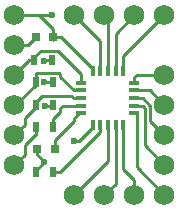
<source format=gtl>
G04 #@! TF.FileFunction,Copper,L1,Top,Signal*
%FSLAX46Y46*%
G04 Gerber Fmt 4.6, Leading zero omitted, Abs format (unit mm)*
G04 Created by KiCad (PCBNEW 4.0.4-stable) date 11/14/16 13:42:01*
%MOMM*%
%LPD*%
G01*
G04 APERTURE LIST*
%ADD10C,0.100000*%
%ADD11R,0.500000X0.900000*%
%ADD12R,0.820000X0.400000*%
%ADD13R,0.400000X0.820000*%
%ADD14C,1.727200*%
%ADD15R,0.800000X0.750000*%
%ADD16C,0.600000*%
%ADD17C,0.250000*%
G04 APERTURE END LIST*
D10*
D11*
X145415000Y-77470000D03*
X143915000Y-77470000D03*
D12*
X147900000Y-79400000D03*
X147900000Y-80050000D03*
X147900000Y-80700000D03*
X147900000Y-81350000D03*
X147900000Y-82000000D03*
D13*
X148850000Y-82950000D03*
X149500000Y-82950000D03*
X150150000Y-82950000D03*
X150800000Y-82950000D03*
X151450000Y-82950000D03*
D12*
X152400000Y-82000000D03*
X152400000Y-81350000D03*
X152400000Y-80700000D03*
X152400000Y-80050000D03*
X152400000Y-79400000D03*
D13*
X151450000Y-78450000D03*
X150800000Y-78450000D03*
X150150000Y-78450000D03*
X149500000Y-78450000D03*
X148850000Y-78450000D03*
D11*
X144030000Y-83185000D03*
X145530000Y-83185000D03*
X145530000Y-86995000D03*
X144030000Y-86995000D03*
X145528160Y-81277460D03*
X144028160Y-81277460D03*
X145530000Y-79375000D03*
X144030000Y-79375000D03*
D14*
X142240000Y-76200000D03*
X142240000Y-73660000D03*
X142240000Y-86360000D03*
X142240000Y-78740000D03*
X142240000Y-81280000D03*
X142240000Y-83820000D03*
D15*
X145636660Y-85048952D03*
X144136660Y-85048952D03*
X145530000Y-75565000D03*
X144030000Y-75565000D03*
D14*
X147320000Y-88900000D03*
X149860000Y-88900000D03*
X152400000Y-88900000D03*
X154940000Y-88900000D03*
X154940000Y-86360000D03*
X154940000Y-83820000D03*
X154940000Y-81280000D03*
X154940000Y-78740000D03*
X154940000Y-73660000D03*
X152400000Y-73660000D03*
X149860000Y-73660000D03*
X147320000Y-73660000D03*
D16*
X144844759Y-81344759D03*
X144782371Y-79390743D03*
X144731950Y-77536948D03*
X145415000Y-73660000D03*
X147320000Y-84328000D03*
X144780000Y-86106000D03*
D17*
X144844759Y-81344759D02*
X145460861Y-81344759D01*
X145460861Y-81344759D02*
X145528160Y-81277460D01*
X148850000Y-78450000D02*
X148850000Y-78240000D01*
X148850000Y-78240000D02*
X146175000Y-75565000D01*
X146175000Y-75565000D02*
X145530000Y-75565000D01*
X145530000Y-79375000D02*
X144798114Y-79375000D01*
X144798114Y-79375000D02*
X144782371Y-79390743D01*
X145415000Y-77470000D02*
X144798898Y-77470000D01*
X144798898Y-77470000D02*
X144731950Y-77536948D01*
X144325000Y-73660000D02*
X145415000Y-73660000D01*
X145555000Y-75565000D02*
X145530000Y-75565000D01*
X145530000Y-75565000D02*
X145530000Y-74865000D01*
X145530000Y-74865000D02*
X144325000Y-73660000D01*
X143461314Y-73660000D02*
X142240000Y-73660000D01*
X144325000Y-73660000D02*
X143461314Y-73660000D01*
X145530000Y-75765000D02*
X145530000Y-75565000D01*
X148850000Y-83160000D02*
X147682000Y-84328000D01*
X148850000Y-82950000D02*
X148850000Y-83160000D01*
X147682000Y-84328000D02*
X147320000Y-84328000D01*
X144136660Y-85048952D02*
X144136660Y-85462660D01*
X144136660Y-85462660D02*
X144780000Y-86106000D01*
X144030000Y-86995000D02*
X144030000Y-86856000D01*
X144030000Y-86856000D02*
X144780000Y-86106000D01*
X142240000Y-76200000D02*
X143395000Y-76200000D01*
X143395000Y-76200000D02*
X144030000Y-75565000D01*
X144030000Y-86795000D02*
X144030000Y-86995000D01*
X146975000Y-81350000D02*
X147900000Y-81350000D01*
X146975000Y-81350000D02*
X146315000Y-81350000D01*
X146315000Y-81350000D02*
X146131000Y-81534000D01*
X146131000Y-81534000D02*
X146131000Y-81884000D01*
X146131000Y-81884000D02*
X145530000Y-82485000D01*
X145530000Y-82485000D02*
X145530000Y-83185000D01*
X145530000Y-86995000D02*
X146115000Y-86995000D01*
X146115000Y-86995000D02*
X149500000Y-83610000D01*
X149500000Y-83610000D02*
X149500000Y-82950000D01*
X144030000Y-83836659D02*
X143988951Y-83836659D01*
X143988951Y-83836659D02*
X143103599Y-84722011D01*
X143103599Y-84722011D02*
X143103599Y-85496401D01*
X143103599Y-85496401D02*
X142240000Y-86360000D01*
X144030000Y-83185000D02*
X144030000Y-83836659D01*
X143915000Y-77270000D02*
X143915000Y-77470000D01*
X145925001Y-76694999D02*
X144490001Y-76694999D01*
X147900000Y-78669998D02*
X145925001Y-76694999D01*
X144490001Y-76694999D02*
X143915000Y-77270000D01*
X147900000Y-79400000D02*
X147900000Y-78669998D01*
X143915000Y-77470000D02*
X143510000Y-77470000D01*
X143510000Y-77470000D02*
X142240000Y-78740000D01*
X144028160Y-81277460D02*
X144028160Y-81477460D01*
X144028160Y-81477460D02*
X143103599Y-82402021D01*
X143103599Y-82402021D02*
X143103599Y-82956401D01*
X143103599Y-82956401D02*
X142240000Y-83820000D01*
X144603161Y-80502459D02*
X144028160Y-81077460D01*
X147900000Y-80700000D02*
X147240000Y-80700000D01*
X147240000Y-80700000D02*
X147042459Y-80502459D01*
X147042459Y-80502459D02*
X144603161Y-80502459D01*
X144028160Y-81077460D02*
X144028160Y-81277460D01*
X144030000Y-78675000D02*
X144030000Y-79375000D01*
X144105001Y-78599999D02*
X144030000Y-78675000D01*
X146040001Y-78599999D02*
X144105001Y-78599999D01*
X146105001Y-78915001D02*
X146105001Y-78664999D01*
X147240000Y-80050000D02*
X146105001Y-78915001D01*
X147900000Y-80050000D02*
X147240000Y-80050000D01*
X146105001Y-78664999D02*
X146040001Y-78599999D01*
X144030000Y-79375000D02*
X144030000Y-79575000D01*
X144030000Y-79575000D02*
X142325000Y-81280000D01*
X142325000Y-81280000D02*
X142240000Y-81280000D01*
X147690000Y-82000000D02*
X147900000Y-82000000D01*
X145636660Y-84263340D02*
X147240000Y-82660000D01*
X147240000Y-82450000D02*
X147690000Y-82000000D01*
X145636660Y-85048952D02*
X145636660Y-84263340D01*
X147240000Y-82660000D02*
X147240000Y-82450000D01*
X147320000Y-88900000D02*
X150150000Y-86070000D01*
X150150000Y-86070000D02*
X150150000Y-82950000D01*
X149860000Y-88900000D02*
X150800000Y-87960000D01*
X150800000Y-87960000D02*
X150800000Y-82950000D01*
X152400000Y-88900000D02*
X152400000Y-87678686D01*
X152400000Y-87678686D02*
X151450000Y-86728686D01*
X151450000Y-86728686D02*
X151450000Y-83610000D01*
X151450000Y-83610000D02*
X151450000Y-82950000D01*
X154940000Y-88900000D02*
X152588000Y-86548000D01*
X152588000Y-86548000D02*
X152588000Y-82000000D01*
X153103590Y-81350000D02*
X152588000Y-81350000D01*
X153301388Y-81547798D02*
X153103590Y-81350000D01*
X153301388Y-84721388D02*
X153301388Y-81547798D01*
X154940000Y-86360000D02*
X153301388Y-84721388D01*
X153751399Y-81361399D02*
X153090000Y-80700000D01*
X153090000Y-80700000D02*
X152400000Y-80700000D01*
X154940000Y-83820000D02*
X153751399Y-82631399D01*
X153751399Y-82631399D02*
X153751399Y-81361399D01*
X154940000Y-81280000D02*
X153710000Y-80050000D01*
X153710000Y-80050000D02*
X152400000Y-80050000D01*
X154940000Y-78740000D02*
X152610000Y-78740000D01*
X152610000Y-78740000D02*
X152400000Y-78950000D01*
X152400000Y-78950000D02*
X152400000Y-79400000D01*
X151450000Y-78450000D02*
X151450000Y-77150000D01*
X151450000Y-77150000D02*
X154940000Y-73660000D01*
X150800000Y-78450000D02*
X150800000Y-75260000D01*
X150800000Y-75260000D02*
X152400000Y-73660000D01*
X150150000Y-78450000D02*
X150150000Y-73950000D01*
X150150000Y-73950000D02*
X149860000Y-73660000D01*
X149500000Y-78450000D02*
X149500000Y-75840000D01*
X149500000Y-75840000D02*
X147320000Y-73660000D01*
M02*

</source>
